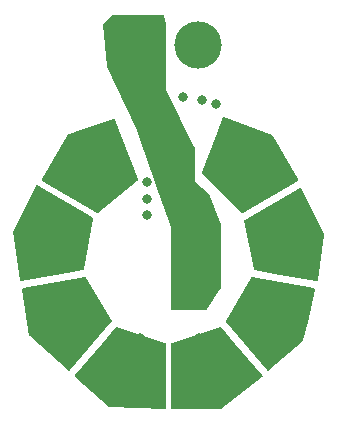
<source format=gbl>
%TF.GenerationSoftware,KiCad,Pcbnew,(6.0.9)*%
%TF.CreationDate,2023-02-02T11:12:29+01:00*%
%TF.ProjectId,SamsungLedBoard,53616d73-756e-4674-9c65-64426f617264,rev?*%
%TF.SameCoordinates,Original*%
%TF.FileFunction,Copper,L6,Bot*%
%TF.FilePolarity,Positive*%
%FSLAX46Y46*%
G04 Gerber Fmt 4.6, Leading zero omitted, Abs format (unit mm)*
G04 Created by KiCad (PCBNEW (6.0.9)) date 2023-02-02 11:12:29*
%MOMM*%
%LPD*%
G01*
G04 APERTURE LIST*
%TA.AperFunction,ComponentPad*%
%ADD10C,4.000000*%
%TD*%
%TA.AperFunction,ViaPad*%
%ADD11C,0.800000*%
%TD*%
G04 APERTURE END LIST*
D10*
%TO.P,J1,1,-*%
%TO.N,/L1A*%
X152500000Y-82000000D03*
%TO.P,J1,2,+*%
%TO.N,/L10C*%
X147500000Y-82000000D03*
%TD*%
D11*
%TO.N,/L1A*%
X154000000Y-87000000D03*
X151200000Y-86400000D03*
X152800000Y-86600000D03*
%TO.N,/L1-2*%
X154800000Y-94200000D03*
X156200000Y-92800000D03*
X158200000Y-90600000D03*
X157200000Y-91600000D03*
%TO.N,/L2-3*%
X161000000Y-98200000D03*
X162400000Y-98000000D03*
X157200000Y-98800000D03*
X159000000Y-98600000D03*
%TO.N,/L3-4*%
X158000000Y-104600000D03*
X160800000Y-106200000D03*
X159400000Y-105200000D03*
X156400000Y-103800000D03*
%TO.N,/L4-5*%
X152600000Y-106800000D03*
X153000000Y-108800000D03*
X154000000Y-111800000D03*
X153600000Y-110200000D03*
%TO.N,/L5-6*%
X145600000Y-111600000D03*
X146800000Y-108800000D03*
X147600000Y-106800000D03*
X146200000Y-110200000D03*
%TO.N,/L6-7*%
X143800000Y-103800000D03*
X142200000Y-104600000D03*
X141000000Y-105200000D03*
X139400000Y-106000000D03*
%TO.N,/L7-8*%
X139200000Y-98200000D03*
X140800000Y-98400000D03*
X137800000Y-98000000D03*
X142600000Y-98800000D03*
%TO.N,/L8-9*%
X142000000Y-90800000D03*
X144000000Y-92800000D03*
X145200000Y-94400000D03*
X143000000Y-91800000D03*
%TO.N,/L9-10*%
X148200000Y-96400000D03*
X148200000Y-95000000D03*
X148200000Y-93600000D03*
%TO.N,/L10C*%
X151200000Y-103400000D03*
X151000000Y-96800000D03*
X153200000Y-103200000D03*
X153000000Y-96800000D03*
X153400000Y-99000000D03*
X153400000Y-101400000D03*
%TD*%
%TA.AperFunction,Conductor*%
%TO.N,/L3-4*%
G36*
X162298647Y-102581231D02*
G01*
X162352420Y-102610417D01*
X162378769Y-102665638D01*
X162377156Y-102700513D01*
X161763637Y-105400000D01*
X161407189Y-106968370D01*
X161375489Y-107021243D01*
X158487206Y-109524422D01*
X158475223Y-109534807D01*
X158418866Y-109558630D01*
X158359269Y-109544777D01*
X158335219Y-109524422D01*
X154845677Y-105453290D01*
X154822162Y-105396804D01*
X154835166Y-105339259D01*
X156964995Y-101660464D01*
X157010513Y-101619578D01*
X157068699Y-101612722D01*
X162298647Y-102581231D01*
G37*
%TD.AperFunction*%
%TD*%
%TA.AperFunction,Conductor*%
%TO.N,/L8-9*%
G36*
X145420832Y-88265185D02*
G01*
X145434471Y-88289625D01*
X147374385Y-93333401D01*
X147377627Y-93394500D01*
X147344919Y-93445361D01*
X144053242Y-96156154D01*
X143996303Y-96178551D01*
X143940424Y-96165247D01*
X139285234Y-93449720D01*
X139244497Y-93404068D01*
X139238373Y-93343190D01*
X139249440Y-93314603D01*
X141381631Y-89631728D01*
X141427149Y-89590842D01*
X141434603Y-89587889D01*
X142080397Y-89361861D01*
X145309366Y-88231722D01*
X145370535Y-88230345D01*
X145420832Y-88265185D01*
G37*
%TD.AperFunction*%
%TD*%
%TA.AperFunction,Conductor*%
%TO.N,/L7-8*%
G36*
X138891209Y-93853205D02*
G01*
X143540068Y-96565040D01*
X143580805Y-96610692D01*
X143587588Y-96668264D01*
X142812218Y-100932802D01*
X142783206Y-100986672D01*
X142732843Y-101012436D01*
X140490813Y-101427627D01*
X137501442Y-101981214D01*
X137440781Y-101973219D01*
X137396405Y-101931095D01*
X137385410Y-101897870D01*
X136804373Y-97830613D01*
X136813830Y-97772340D01*
X138752778Y-93894445D01*
X138795713Y-93850853D01*
X138856070Y-93840823D01*
X138891209Y-93853205D01*
G37*
%TD.AperFunction*%
%TD*%
%TA.AperFunction,Conductor*%
%TO.N,/L2-3*%
G36*
X161224588Y-94064852D02*
G01*
X161247222Y-94094445D01*
X163185999Y-97971998D01*
X163195356Y-98030958D01*
X162615197Y-101898686D01*
X162587867Y-101953428D01*
X162533579Y-101981651D01*
X162499265Y-101981345D01*
X159421203Y-101411334D01*
X157266558Y-101012326D01*
X157212784Y-100983139D01*
X157187334Y-100933505D01*
X156413098Y-96868765D01*
X156420784Y-96808064D01*
X156460466Y-96764728D01*
X161108792Y-94053205D01*
X161168582Y-94040216D01*
X161224588Y-94064852D01*
G37*
%TD.AperFunction*%
%TD*%
%TA.AperFunction,Conductor*%
%TO.N,/L5-6*%
G36*
X145663150Y-105821050D02*
G01*
X147697729Y-106499243D01*
X149732307Y-107177436D01*
X149781532Y-107213775D01*
X149800000Y-107271356D01*
X149800000Y-112696789D01*
X149781093Y-112754980D01*
X149731593Y-112790944D01*
X149696879Y-112795703D01*
X145034570Y-112601440D01*
X144973853Y-112577339D01*
X142074405Y-110064484D01*
X142042814Y-110012085D01*
X142048055Y-109951125D01*
X142064077Y-109925243D01*
X144338838Y-107271356D01*
X145556679Y-105850542D01*
X145608903Y-105818665D01*
X145663150Y-105821050D01*
G37*
%TD.AperFunction*%
%TD*%
%TA.AperFunction,Conductor*%
%TO.N,/L6-7*%
G36*
X142991962Y-101620717D02*
G01*
X143035005Y-101660464D01*
X145164834Y-105339259D01*
X145177627Y-105399092D01*
X145154323Y-105453290D01*
X141665360Y-109523747D01*
X141613135Y-109555624D01*
X141552147Y-109550716D01*
X141524693Y-109533553D01*
X141513580Y-109523747D01*
X138227051Y-106623869D01*
X138195928Y-106571192D01*
X138194648Y-106564322D01*
X137614192Y-102694611D01*
X137624258Y-102634259D01*
X137667876Y-102591350D01*
X137694070Y-102582580D01*
X142931301Y-101612722D01*
X142991962Y-101620717D01*
G37*
%TD.AperFunction*%
%TD*%
%TA.AperFunction,Conductor*%
%TO.N,/L4-5*%
G36*
X154443321Y-105850542D02*
G01*
X155661163Y-107271356D01*
X157932431Y-109921169D01*
X157955946Y-109977655D01*
X157941768Y-110037175D01*
X157918045Y-110063743D01*
X154426812Y-112779146D01*
X154366032Y-112800000D01*
X150299000Y-112800000D01*
X150240809Y-112781093D01*
X150204845Y-112731593D01*
X150200000Y-112701000D01*
X150200000Y-107271356D01*
X150218907Y-107213165D01*
X150267693Y-107177436D01*
X152302271Y-106499243D01*
X154336850Y-105821050D01*
X154398033Y-105820586D01*
X154443321Y-105850542D01*
G37*
%TD.AperFunction*%
%TD*%
%TA.AperFunction,Conductor*%
%TO.N,/L1-2*%
G36*
X154692998Y-88035428D02*
G01*
X158767169Y-89587493D01*
X158817602Y-89630404D01*
X160950560Y-93314603D01*
X160963353Y-93374436D01*
X160938534Y-93430362D01*
X160914766Y-93449720D01*
X156265922Y-96161545D01*
X156206131Y-96174534D01*
X156146035Y-96146035D01*
X152845076Y-92845076D01*
X152817299Y-92790559D01*
X152822383Y-92740311D01*
X153988599Y-89630404D01*
X154565057Y-88093181D01*
X154603193Y-88045334D01*
X154662169Y-88029040D01*
X154692998Y-88035428D01*
G37*
%TD.AperFunction*%
%TD*%
%TA.AperFunction,Conductor*%
%TO.N,/L10C*%
G36*
X153409343Y-94622424D02*
G01*
X154392385Y-96981724D01*
X154400000Y-97019801D01*
X154400000Y-102570026D01*
X154383373Y-102624941D01*
X153229390Y-104355915D01*
X153181380Y-104393845D01*
X153147017Y-104400000D01*
X150299000Y-104400000D01*
X150240809Y-104381093D01*
X150204845Y-104331593D01*
X150200000Y-104301000D01*
X150200000Y-94600000D01*
X153392806Y-94600000D01*
X153409343Y-94622424D01*
G37*
%TD.AperFunction*%
%TD*%
%TA.AperFunction,Conductor*%
%TO.N,/L10C*%
G36*
X149580894Y-79418907D02*
G01*
X149616858Y-79468407D01*
X149618747Y-79474989D01*
X149797044Y-80188176D01*
X149800000Y-80212187D01*
X149800000Y-85800000D01*
X149805154Y-85810307D01*
X149805154Y-85810309D01*
X152189548Y-90579096D01*
X152200000Y-90623370D01*
X152200000Y-93600000D01*
X152206986Y-93605822D01*
X153381336Y-94584447D01*
X153395627Y-94603826D01*
X150200000Y-97400000D01*
X149194445Y-94584447D01*
X147200745Y-89002085D01*
X147200742Y-89002078D01*
X147200000Y-89000000D01*
X144806732Y-83814585D01*
X144798226Y-83784031D01*
X144405255Y-80247292D01*
X144417620Y-80187369D01*
X144433645Y-80166355D01*
X145171004Y-79428996D01*
X145225521Y-79401219D01*
X145241008Y-79400000D01*
X149522703Y-79400000D01*
X149580894Y-79418907D01*
G37*
%TD.AperFunction*%
%TD*%
M02*

</source>
